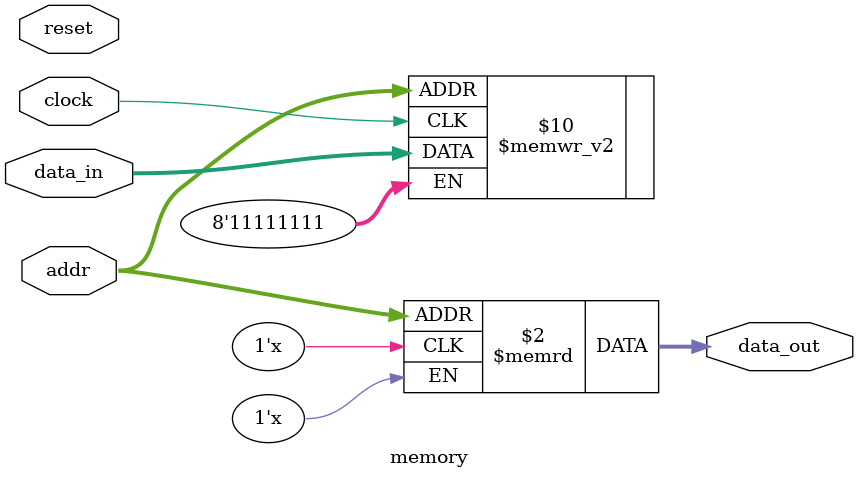
<source format=v>
module memory (clock, reset, addr, data_in, data_out);

   input  clock;
   input  reset;
   input  [3:0] addr;
   input  [7:0] data_in;
   output [7:0] data_out;

   /****************************************************************
    ** NON-RESETABLE MEMORY
    */

   reg    [7:0] mem [15:0]  /* synthesis syn_ramstyle="select_ram" */ ;
   assign 	data_out = mem[addr];

   always @(posedge clock)  begin
      mem[addr] <= data_in;
   end


endmodule // memory


</source>
